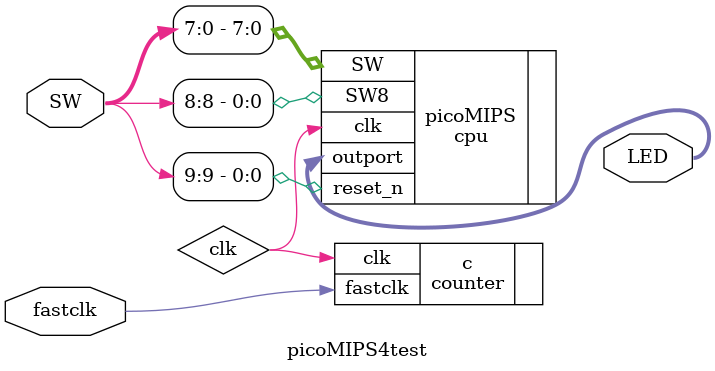
<source format=sv>
module picoMIPS4test(
  input logic fastclk,  // 50MHz Altera DE0 clock
  input logic signed [9:0] SW, // Switches SW0..SW9
  output logic signed [7:0] LED); // LEDs
  
  logic clk; // slow clock, about 10Hz
  
  counter c (.fastclk(fastclk),.clk(clk)); // slow clk from counter
  
  // to obtain the cost figure, synthesise your design without the counter 
  // and the picoMIPS4test module using Cyclone IV E as target
  // and make a note of the synthesis statistics
  cpu picoMIPS (.clk(clk), 
                .reset_n(SW[9]),
				.SW8(SW[8]),
				.SW(SW[7:0]),
				.outport(LED));
  
endmodule
</source>
